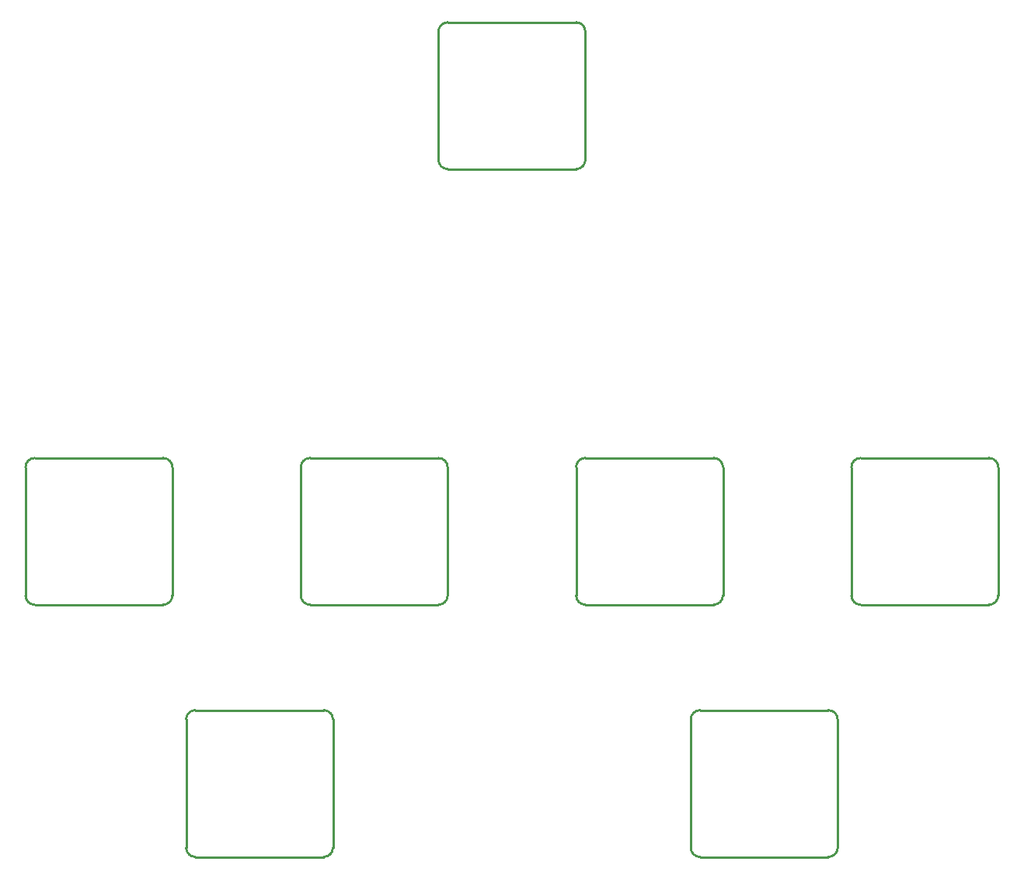
<source format=gto>
G04 Layer: TopSilkscreenLayer*
G04 EasyEDA v6.5.48, 2025-04-04 07:46:01*
G04 4687ed6ded954ee48c47ff8f5e5d54f1,b35f8af89abf434ebf5b09c67136b050,10*
G04 Gerber Generator version 0.2*
G04 Scale: 100 percent, Rotated: No, Reflected: No *
G04 Dimensions in millimeters *
G04 leading zeros omitted , absolute positions ,4 integer and 5 decimal *
%FSLAX45Y45*%
%MOMM*%

%ADD10C,0.2540*%

%LPD*%
D10*
X2299992Y2299997D02*
G01*
X3699995Y2299997D01*
X2199993Y2199998D02*
G01*
X2199993Y799995D01*
X3699995Y699996D02*
G01*
X2299992Y699996D01*
X3799994Y2199998D02*
G01*
X3799994Y799995D01*
X7799981Y2299997D02*
G01*
X9199984Y2299997D01*
X7699982Y2199998D02*
G01*
X7699982Y799995D01*
X9199984Y699996D02*
G01*
X7799981Y699996D01*
X9299983Y2199998D02*
G01*
X9299983Y799995D01*
X549932Y5049928D02*
G01*
X1949935Y5049928D01*
X449933Y4949929D02*
G01*
X449933Y3549926D01*
X1949935Y3449927D02*
G01*
X549932Y3449927D01*
X2049934Y4949929D02*
G01*
X2049934Y3549926D01*
X3549926Y5049928D02*
G01*
X4949929Y5049928D01*
X3449927Y4949929D02*
G01*
X3449927Y3549926D01*
X4949929Y3449927D02*
G01*
X3549926Y3449927D01*
X5049928Y4949929D02*
G01*
X5049928Y3549926D01*
X6549920Y5049928D02*
G01*
X7949923Y5049928D01*
X6449921Y4949929D02*
G01*
X6449921Y3549926D01*
X7949923Y3449927D02*
G01*
X6549920Y3449927D01*
X8049922Y4949929D02*
G01*
X8049922Y3549926D01*
X9549914Y5049928D02*
G01*
X10949917Y5049928D01*
X9449915Y4949929D02*
G01*
X9449915Y3549926D01*
X10949917Y3449927D02*
G01*
X9549914Y3449927D01*
X11049916Y4949929D02*
G01*
X11049916Y3549926D01*
X5049987Y9799982D02*
G01*
X6449989Y9799982D01*
X4949987Y9699983D02*
G01*
X4949987Y8299980D01*
X6449989Y8199981D02*
G01*
X5049987Y8199981D01*
X6549989Y9699983D02*
G01*
X6549989Y8299980D01*
G75*
G01*
X2299993Y2299998D02*
G03*
X2199993Y2199998I0J-100000D01*
G75*
G01*
X3799995Y2199998D02*
G03*
X3699995Y2299998I-100000J0D01*
G75*
G01*
X2199993Y799996D02*
G03*
X2299993Y699996I100000J0D01*
G75*
G01*
X3699995Y699996D02*
G03*
X3799995Y799996I0J100000D01*
G75*
G01*
X7799982Y2299998D02*
G03*
X7699982Y2199998I0J-100000D01*
G75*
G01*
X9299984Y2199998D02*
G03*
X9199984Y2299998I-100000J0D01*
G75*
G01*
X7699982Y799996D02*
G03*
X7799982Y699996I100000J0D01*
G75*
G01*
X9199984Y699996D02*
G03*
X9299984Y799996I0J100000D01*
G75*
G01*
X549933Y5049929D02*
G03*
X449933Y4949929I0J-100000D01*
G75*
G01*
X2049935Y4949929D02*
G03*
X1949935Y5049929I-100000J0D01*
G75*
G01*
X449933Y3549927D02*
G03*
X549933Y3449927I100000J0D01*
G75*
G01*
X1949935Y3449927D02*
G03*
X2049935Y3549927I0J100000D01*
G75*
G01*
X3549927Y5049929D02*
G03*
X3449927Y4949929I0J-100000D01*
G75*
G01*
X5049929Y4949929D02*
G03*
X4949929Y5049929I-100000J0D01*
G75*
G01*
X3449927Y3549927D02*
G03*
X3549927Y3449927I100000J0D01*
G75*
G01*
X4949929Y3449927D02*
G03*
X5049929Y3549927I0J100000D01*
G75*
G01*
X6549921Y5049929D02*
G03*
X6449921Y4949929I0J-100000D01*
G75*
G01*
X8049923Y4949929D02*
G03*
X7949923Y5049929I-100000J0D01*
G75*
G01*
X6449921Y3549927D02*
G03*
X6549921Y3449927I100000J0D01*
G75*
G01*
X7949923Y3449927D02*
G03*
X8049923Y3549927I0J100000D01*
G75*
G01*
X9549915Y5049929D02*
G03*
X9449915Y4949929I0J-100000D01*
G75*
G01*
X11049917Y4949929D02*
G03*
X10949917Y5049929I-100000J0D01*
G75*
G01*
X9449915Y3549927D02*
G03*
X9549915Y3449927I100000J0D01*
G75*
G01*
X10949917Y3449927D02*
G03*
X11049917Y3549927I0J100000D01*
G75*
G01*
X5049987Y9799983D02*
G03*
X4949988Y9699983I0J-100000D01*
G75*
G01*
X6549989Y9699983D02*
G03*
X6449990Y9799983I-99999J0D01*
G75*
G01*
X4949988Y8299981D02*
G03*
X5049987Y8199981I99999J0D01*
G75*
G01*
X6449990Y8199981D02*
G03*
X6549989Y8299981I0J100000D01*
M02*

</source>
